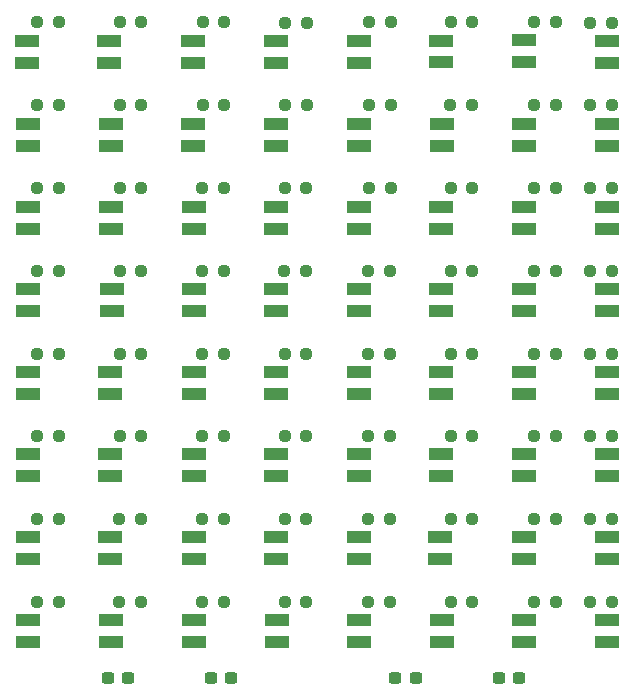
<source format=gbr>
%TF.GenerationSoftware,KiCad,Pcbnew,8.0.5*%
%TF.CreationDate,2025-09-21T17:17:35-10:00*%
%TF.ProjectId,SiPMT.revA,5369504d-542e-4726-9576-412e6b696361,rev?*%
%TF.SameCoordinates,Original*%
%TF.FileFunction,Paste,Bot*%
%TF.FilePolarity,Positive*%
%FSLAX46Y46*%
G04 Gerber Fmt 4.6, Leading zero omitted, Abs format (unit mm)*
G04 Created by KiCad (PCBNEW 8.0.5) date 2025-09-21 17:17:35*
%MOMM*%
%LPD*%
G01*
G04 APERTURE LIST*
G04 Aperture macros list*
%AMRoundRect*
0 Rectangle with rounded corners*
0 $1 Rounding radius*
0 $2 $3 $4 $5 $6 $7 $8 $9 X,Y pos of 4 corners*
0 Add a 4 corners polygon primitive as box body*
4,1,4,$2,$3,$4,$5,$6,$7,$8,$9,$2,$3,0*
0 Add four circle primitives for the rounded corners*
1,1,$1+$1,$2,$3*
1,1,$1+$1,$4,$5*
1,1,$1+$1,$6,$7*
1,1,$1+$1,$8,$9*
0 Add four rect primitives between the rounded corners*
20,1,$1+$1,$2,$3,$4,$5,0*
20,1,$1+$1,$4,$5,$6,$7,0*
20,1,$1+$1,$6,$7,$8,$9,0*
20,1,$1+$1,$8,$9,$2,$3,0*%
G04 Aperture macros list end*
%ADD10R,2.075000X1.050000*%
%ADD11RoundRect,0.237500X0.250000X0.237500X-0.250000X0.237500X-0.250000X-0.237500X0.250000X-0.237500X0*%
%ADD12RoundRect,0.237500X-0.250000X-0.237500X0.250000X-0.237500X0.250000X0.237500X-0.250000X0.237500X0*%
%ADD13RoundRect,0.237500X0.300000X0.237500X-0.300000X0.237500X-0.300000X-0.237500X0.300000X-0.237500X0*%
G04 APERTURE END LIST*
D10*
%TO.C,D18*%
X122650000Y-69755000D03*
X122650000Y-71605000D03*
%TD*%
%TO.C,D40*%
X143737500Y-104730000D03*
X143737500Y-106580000D03*
%TD*%
%TO.C,D11*%
X122720000Y-90730000D03*
X122720000Y-92580000D03*
%TD*%
%TO.C,D25*%
X150737500Y-83780000D03*
X150737500Y-85630000D03*
%TD*%
%TO.C,D20*%
X129700000Y-76755000D03*
X129700000Y-78605000D03*
%TD*%
%TO.C,D42*%
X150737500Y-104730000D03*
X150737500Y-106580000D03*
%TD*%
%TO.C,D4*%
X157737500Y-76730000D03*
X157737500Y-78580000D03*
%TD*%
%TO.C,D55*%
X143737500Y-111730000D03*
X143737500Y-113580000D03*
%TD*%
%TO.C,D32*%
X171737500Y-90730000D03*
X171737500Y-92580000D03*
%TD*%
%TO.C,D36*%
X129687500Y-104730000D03*
X129687500Y-106580000D03*
%TD*%
%TO.C,D43*%
X157687500Y-97730000D03*
X157687500Y-99580000D03*
%TD*%
%TO.C,D53*%
X136737500Y-111730000D03*
X136737500Y-113580000D03*
%TD*%
%TO.C,D10*%
X122715000Y-83780000D03*
X122715000Y-85630000D03*
%TD*%
%TO.C,D17*%
X143712500Y-76755000D03*
X143712500Y-78605000D03*
%TD*%
%TO.C,D14*%
X136762500Y-83780000D03*
X136762500Y-85630000D03*
%TD*%
%TO.C,D54*%
X136750000Y-118730000D03*
X136750000Y-120580000D03*
%TD*%
%TO.C,D38*%
X136787500Y-104730000D03*
X136787500Y-106580000D03*
%TD*%
%TO.C,D33*%
X122737500Y-97730000D03*
X122737500Y-99580000D03*
%TD*%
%TO.C,D62*%
X164700000Y-118730000D03*
X164700000Y-120580000D03*
%TD*%
%TO.C,D8*%
X171737500Y-69730000D03*
X171737500Y-71580000D03*
%TD*%
%TO.C,D64*%
X171700000Y-118730000D03*
X171700000Y-120580000D03*
%TD*%
%TO.C,D37*%
X136787500Y-97730000D03*
X136787500Y-99580000D03*
%TD*%
%TO.C,D12*%
X129737500Y-83780000D03*
X129737500Y-85630000D03*
%TD*%
%TO.C,D46*%
X164737500Y-104730000D03*
X164737500Y-106580000D03*
%TD*%
%TO.C,D26*%
X150737500Y-90730000D03*
X150737500Y-92580000D03*
%TD*%
%TO.C,D60*%
X157750000Y-118730000D03*
X157750000Y-120580000D03*
%TD*%
%TO.C,D7*%
X122662500Y-76755000D03*
X122662500Y-78605000D03*
%TD*%
%TO.C,D2*%
X150737500Y-76730000D03*
X150737500Y-78580000D03*
%TD*%
%TO.C,D58*%
X150750000Y-118730000D03*
X150750000Y-120580000D03*
%TD*%
%TO.C,D44*%
X157687500Y-104730000D03*
X157687500Y-106580000D03*
%TD*%
%TO.C,D24*%
X143737500Y-90730000D03*
X143737500Y-92580000D03*
%TD*%
%TO.C,D23*%
X143737500Y-83780000D03*
X143737500Y-85630000D03*
%TD*%
%TO.C,D5*%
X164687500Y-69655000D03*
X164687500Y-71505000D03*
%TD*%
%TO.C,D3*%
X157637500Y-69680000D03*
X157637500Y-71530000D03*
%TD*%
%TO.C,D6*%
X164737500Y-76730000D03*
X164737500Y-78580000D03*
%TD*%
%TO.C,D48*%
X171750000Y-104730000D03*
X171750000Y-106580000D03*
%TD*%
%TO.C,D49*%
X122737500Y-111730000D03*
X122737500Y-113580000D03*
%TD*%
%TO.C,D13*%
X129787500Y-90730000D03*
X129787500Y-92580000D03*
%TD*%
%TO.C,D63*%
X171700000Y-111730000D03*
X171700000Y-113580000D03*
%TD*%
%TO.C,D21*%
X136712500Y-69705000D03*
X136712500Y-71555000D03*
%TD*%
%TO.C,D61*%
X164700000Y-111730000D03*
X164700000Y-113580000D03*
%TD*%
%TO.C,D51*%
X129687500Y-111730000D03*
X129687500Y-113580000D03*
%TD*%
%TO.C,D56*%
X143750000Y-118730000D03*
X143750000Y-120580000D03*
%TD*%
%TO.C,D35*%
X129650000Y-97730000D03*
X129650000Y-99580000D03*
%TD*%
%TO.C,D28*%
X157687500Y-90730000D03*
X157687500Y-92580000D03*
%TD*%
%TO.C,D30*%
X164737500Y-90730000D03*
X164737500Y-92580000D03*
%TD*%
%TO.C,D47*%
X171737500Y-97730000D03*
X171737500Y-99580000D03*
%TD*%
%TO.C,D19*%
X129600000Y-69705000D03*
X129600000Y-71555000D03*
%TD*%
%TO.C,D22*%
X143700000Y-69705000D03*
X143700000Y-71555000D03*
%TD*%
%TO.C,D15*%
X136700000Y-76755000D03*
X136700000Y-78605000D03*
%TD*%
%TO.C,D1*%
X150737500Y-69755000D03*
X150737500Y-71605000D03*
%TD*%
%TO.C,D29*%
X164737500Y-83780000D03*
X164737500Y-85630000D03*
%TD*%
%TO.C,D41*%
X150737500Y-97730000D03*
X150737500Y-99580000D03*
%TD*%
%TO.C,D16*%
X136787500Y-90730000D03*
X136787500Y-92580000D03*
%TD*%
%TO.C,D31*%
X171737500Y-83780000D03*
X171737500Y-85630000D03*
%TD*%
%TO.C,D9*%
X171737500Y-76730000D03*
X171737500Y-78580000D03*
%TD*%
%TO.C,D34*%
X122737500Y-104730000D03*
X122737500Y-106580000D03*
%TD*%
%TO.C,D57*%
X150700000Y-111730000D03*
X150700000Y-113580000D03*
%TD*%
%TO.C,D59*%
X157600000Y-111730000D03*
X157600000Y-113580000D03*
%TD*%
%TO.C,D45*%
X164737500Y-97730000D03*
X164737500Y-99580000D03*
%TD*%
%TO.C,D39*%
X143737500Y-97730000D03*
X143737500Y-99580000D03*
%TD*%
%TO.C,D52*%
X129737500Y-118730000D03*
X129737500Y-120580000D03*
%TD*%
%TO.C,D50*%
X122737500Y-118730000D03*
X122737500Y-120580000D03*
%TD*%
%TO.C,D27*%
X157700000Y-83780000D03*
X157700000Y-85630000D03*
%TD*%
D11*
%TO.C,R3*%
X160312500Y-68155000D03*
X158487500Y-68155000D03*
%TD*%
%TO.C,R1*%
X153400000Y-68155000D03*
X151575000Y-68155000D03*
%TD*%
%TO.C,R55*%
X146250000Y-110205000D03*
X144425000Y-110205000D03*
%TD*%
%TO.C,R58*%
X153350000Y-117205000D03*
X151525000Y-117205000D03*
%TD*%
%TO.C,R5*%
X167400000Y-68155000D03*
X165575000Y-68155000D03*
%TD*%
%TO.C,R43*%
X160300000Y-96205000D03*
X158475000Y-96205000D03*
%TD*%
D12*
%TO.C,R48*%
X170287500Y-103205000D03*
X172112500Y-103205000D03*
%TD*%
D13*
%TO.C,C4*%
X131175000Y-123630000D03*
X129450000Y-123630000D03*
%TD*%
D11*
%TO.C,R24*%
X146237500Y-89205000D03*
X144412500Y-89205000D03*
%TD*%
%TO.C,R16*%
X139300000Y-89205000D03*
X137475000Y-89205000D03*
%TD*%
%TO.C,R21*%
X139312500Y-68130000D03*
X137487500Y-68130000D03*
%TD*%
%TO.C,R57*%
X153350000Y-110205000D03*
X151525000Y-110205000D03*
%TD*%
%TO.C,R7*%
X125312500Y-75130000D03*
X123487500Y-75130000D03*
%TD*%
D12*
%TO.C,R8*%
X170287500Y-68180000D03*
X172112500Y-68180000D03*
%TD*%
D11*
%TO.C,R52*%
X132250000Y-117205000D03*
X130425000Y-117205000D03*
%TD*%
%TO.C,R23*%
X146250000Y-82205000D03*
X144425000Y-82205000D03*
%TD*%
%TO.C,R17*%
X146312500Y-75130000D03*
X144487500Y-75130000D03*
%TD*%
%TO.C,R20*%
X132312500Y-75130000D03*
X130487500Y-75130000D03*
%TD*%
%TO.C,R38*%
X139300000Y-103205000D03*
X137475000Y-103205000D03*
%TD*%
%TO.C,R22*%
X146312500Y-68180000D03*
X144487500Y-68180000D03*
%TD*%
%TO.C,R46*%
X167400000Y-103205000D03*
X165575000Y-103205000D03*
%TD*%
D13*
%TO.C,C7*%
X155512500Y-123630000D03*
X153787500Y-123630000D03*
%TD*%
D11*
%TO.C,R39*%
X146250000Y-96205000D03*
X144425000Y-96205000D03*
%TD*%
%TO.C,R34*%
X125300000Y-103205000D03*
X123475000Y-103205000D03*
%TD*%
%TO.C,R56*%
X146250000Y-117205000D03*
X144425000Y-117205000D03*
%TD*%
%TO.C,R26*%
X153350000Y-89205000D03*
X151525000Y-89205000D03*
%TD*%
%TO.C,R41*%
X153350000Y-96205000D03*
X151525000Y-96205000D03*
%TD*%
%TO.C,R30*%
X167400000Y-89205000D03*
X165575000Y-89205000D03*
%TD*%
%TO.C,R19*%
X132312500Y-68130000D03*
X130487500Y-68130000D03*
%TD*%
D12*
%TO.C,R47*%
X170287500Y-96205000D03*
X172112500Y-96205000D03*
%TD*%
D11*
%TO.C,R44*%
X160300000Y-103205000D03*
X158475000Y-103205000D03*
%TD*%
D13*
%TO.C,C6*%
X164300000Y-123630000D03*
X162575000Y-123630000D03*
%TD*%
D11*
%TO.C,R62*%
X167400000Y-117205000D03*
X165575000Y-117205000D03*
%TD*%
%TO.C,R12*%
X132300000Y-82205000D03*
X130475000Y-82205000D03*
%TD*%
%TO.C,R45*%
X167400000Y-96205000D03*
X165575000Y-96205000D03*
%TD*%
%TO.C,R2*%
X153400000Y-75155000D03*
X151575000Y-75155000D03*
%TD*%
D12*
%TO.C,R63*%
X170287500Y-110205000D03*
X172112500Y-110205000D03*
%TD*%
D11*
%TO.C,R15*%
X139312500Y-75130000D03*
X137487500Y-75130000D03*
%TD*%
%TO.C,R33*%
X125300000Y-96205000D03*
X123475000Y-96205000D03*
%TD*%
%TO.C,R28*%
X160300000Y-89205000D03*
X158475000Y-89205000D03*
%TD*%
%TO.C,R11*%
X125300000Y-89205000D03*
X123475000Y-89205000D03*
%TD*%
D13*
%TO.C,C5*%
X139925000Y-123630000D03*
X138200000Y-123630000D03*
%TD*%
D11*
%TO.C,R10*%
X125300000Y-82205000D03*
X123475000Y-82205000D03*
%TD*%
%TO.C,R60*%
X160300000Y-117205000D03*
X158475000Y-117205000D03*
%TD*%
D12*
%TO.C,R9*%
X170287500Y-75155000D03*
X172112500Y-75155000D03*
%TD*%
D11*
%TO.C,R59*%
X160300000Y-110205000D03*
X158475000Y-110205000D03*
%TD*%
D12*
%TO.C,R32*%
X170287500Y-89205000D03*
X172112500Y-89205000D03*
%TD*%
D11*
%TO.C,R36*%
X132300000Y-103205000D03*
X130475000Y-103205000D03*
%TD*%
D12*
%TO.C,R64*%
X170287500Y-117205000D03*
X172112500Y-117205000D03*
%TD*%
D11*
%TO.C,R51*%
X132250000Y-110205000D03*
X130425000Y-110205000D03*
%TD*%
%TO.C,R4*%
X160287500Y-75155000D03*
X158462500Y-75155000D03*
%TD*%
%TO.C,R27*%
X160300000Y-82205000D03*
X158475000Y-82205000D03*
%TD*%
D12*
%TO.C,R31*%
X170287500Y-82205000D03*
X172112500Y-82205000D03*
%TD*%
D11*
%TO.C,R25*%
X153400000Y-82205000D03*
X151575000Y-82205000D03*
%TD*%
%TO.C,R40*%
X146250000Y-103205000D03*
X144425000Y-103205000D03*
%TD*%
%TO.C,R6*%
X167400000Y-75155000D03*
X165575000Y-75155000D03*
%TD*%
%TO.C,R53*%
X139300000Y-110205000D03*
X137475000Y-110205000D03*
%TD*%
%TO.C,R13*%
X132300000Y-89205000D03*
X130475000Y-89205000D03*
%TD*%
%TO.C,R42*%
X153350000Y-103205000D03*
X151525000Y-103205000D03*
%TD*%
%TO.C,R14*%
X139287500Y-82205000D03*
X137462500Y-82205000D03*
%TD*%
%TO.C,R37*%
X139300000Y-96205000D03*
X137475000Y-96205000D03*
%TD*%
%TO.C,R54*%
X139300000Y-117205000D03*
X137475000Y-117205000D03*
%TD*%
%TO.C,R29*%
X167400000Y-82205000D03*
X165575000Y-82205000D03*
%TD*%
%TO.C,R49*%
X125300000Y-110205000D03*
X123475000Y-110205000D03*
%TD*%
%TO.C,R61*%
X167400000Y-110205000D03*
X165575000Y-110205000D03*
%TD*%
%TO.C,R50*%
X125300000Y-117205000D03*
X123475000Y-117205000D03*
%TD*%
%TO.C,R35*%
X132300000Y-96205000D03*
X130475000Y-96205000D03*
%TD*%
%TO.C,R18*%
X125312500Y-68130000D03*
X123487500Y-68130000D03*
%TD*%
M02*

</source>
